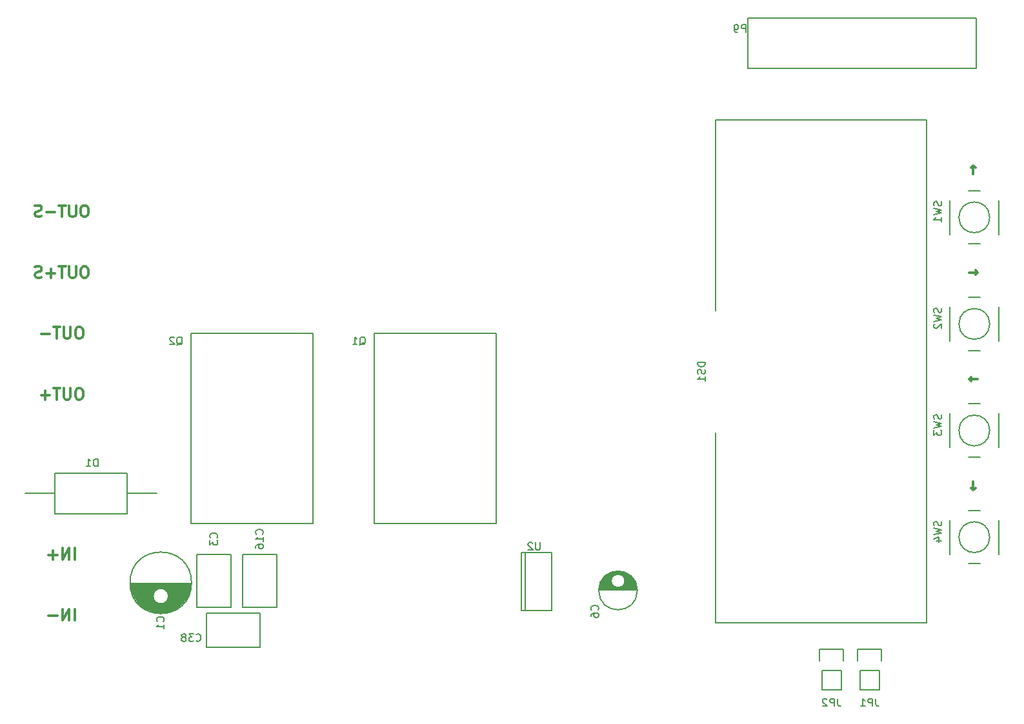
<source format=gbr>
G04 #@! TF.FileFunction,Legend,Bot*
%FSLAX46Y46*%
G04 Gerber Fmt 4.6, Leading zero omitted, Abs format (unit mm)*
G04 Created by KiCad (PCBNEW 4.0.2-stable) date 2016/10/31 21:02:32*
%MOMM*%
G01*
G04 APERTURE LIST*
%ADD10C,0.100000*%
%ADD11C,0.300000*%
%ADD12C,0.200000*%
%ADD13C,0.150000*%
G04 APERTURE END LIST*
D10*
D11*
X201607143Y-69071429D02*
X201607143Y-67928572D01*
X201892857Y-68214286D02*
X201607143Y-67928572D01*
X201321429Y-68214286D01*
X201607143Y-109428572D02*
X201607143Y-110571429D01*
X201892857Y-110285715D02*
X201607143Y-110571429D01*
X201321429Y-110285715D01*
X201035714Y-82000000D02*
X202178571Y-82000000D01*
X201892857Y-82285715D02*
X202178571Y-82000000D01*
X201892857Y-81714286D01*
X202178571Y-96000000D02*
X201035714Y-96000000D01*
X201321429Y-95714286D02*
X201035714Y-96000000D01*
X201321429Y-96285715D01*
X83714286Y-119678571D02*
X83714286Y-118178571D01*
X83000000Y-119678571D02*
X83000000Y-118178571D01*
X82142857Y-119678571D01*
X82142857Y-118178571D01*
X81428571Y-119107143D02*
X80285714Y-119107143D01*
X80857143Y-119678571D02*
X80857143Y-118535714D01*
X83714286Y-127678571D02*
X83714286Y-126178571D01*
X83000000Y-127678571D02*
X83000000Y-126178571D01*
X82142857Y-127678571D01*
X82142857Y-126178571D01*
X81428571Y-127107143D02*
X80285714Y-127107143D01*
X84428572Y-97178571D02*
X84142858Y-97178571D01*
X84000000Y-97250000D01*
X83857143Y-97392857D01*
X83785715Y-97678571D01*
X83785715Y-98178571D01*
X83857143Y-98464286D01*
X84000000Y-98607143D01*
X84142858Y-98678571D01*
X84428572Y-98678571D01*
X84571429Y-98607143D01*
X84714286Y-98464286D01*
X84785715Y-98178571D01*
X84785715Y-97678571D01*
X84714286Y-97392857D01*
X84571429Y-97250000D01*
X84428572Y-97178571D01*
X83142857Y-97178571D02*
X83142857Y-98392857D01*
X83071429Y-98535714D01*
X83000000Y-98607143D01*
X82857143Y-98678571D01*
X82571429Y-98678571D01*
X82428571Y-98607143D01*
X82357143Y-98535714D01*
X82285714Y-98392857D01*
X82285714Y-97178571D01*
X81785714Y-97178571D02*
X80928571Y-97178571D01*
X81357142Y-98678571D02*
X81357142Y-97178571D01*
X80428571Y-98107143D02*
X79285714Y-98107143D01*
X79857143Y-98678571D02*
X79857143Y-97535714D01*
X84428572Y-89178571D02*
X84142858Y-89178571D01*
X84000000Y-89250000D01*
X83857143Y-89392857D01*
X83785715Y-89678571D01*
X83785715Y-90178571D01*
X83857143Y-90464286D01*
X84000000Y-90607143D01*
X84142858Y-90678571D01*
X84428572Y-90678571D01*
X84571429Y-90607143D01*
X84714286Y-90464286D01*
X84785715Y-90178571D01*
X84785715Y-89678571D01*
X84714286Y-89392857D01*
X84571429Y-89250000D01*
X84428572Y-89178571D01*
X83142857Y-89178571D02*
X83142857Y-90392857D01*
X83071429Y-90535714D01*
X83000000Y-90607143D01*
X82857143Y-90678571D01*
X82571429Y-90678571D01*
X82428571Y-90607143D01*
X82357143Y-90535714D01*
X82285714Y-90392857D01*
X82285714Y-89178571D01*
X81785714Y-89178571D02*
X80928571Y-89178571D01*
X81357142Y-90678571D02*
X81357142Y-89178571D01*
X80428571Y-90107143D02*
X79285714Y-90107143D01*
X85142857Y-81178571D02*
X84857143Y-81178571D01*
X84714285Y-81250000D01*
X84571428Y-81392857D01*
X84500000Y-81678571D01*
X84500000Y-82178571D01*
X84571428Y-82464286D01*
X84714285Y-82607143D01*
X84857143Y-82678571D01*
X85142857Y-82678571D01*
X85285714Y-82607143D01*
X85428571Y-82464286D01*
X85500000Y-82178571D01*
X85500000Y-81678571D01*
X85428571Y-81392857D01*
X85285714Y-81250000D01*
X85142857Y-81178571D01*
X83857142Y-81178571D02*
X83857142Y-82392857D01*
X83785714Y-82535714D01*
X83714285Y-82607143D01*
X83571428Y-82678571D01*
X83285714Y-82678571D01*
X83142856Y-82607143D01*
X83071428Y-82535714D01*
X82999999Y-82392857D01*
X82999999Y-81178571D01*
X82499999Y-81178571D02*
X81642856Y-81178571D01*
X82071427Y-82678571D02*
X82071427Y-81178571D01*
X81142856Y-82107143D02*
X79999999Y-82107143D01*
X80571428Y-82678571D02*
X80571428Y-81535714D01*
X79357142Y-82607143D02*
X79142856Y-82678571D01*
X78785713Y-82678571D01*
X78642856Y-82607143D01*
X78571427Y-82535714D01*
X78499999Y-82392857D01*
X78499999Y-82250000D01*
X78571427Y-82107143D01*
X78642856Y-82035714D01*
X78785713Y-81964286D01*
X79071427Y-81892857D01*
X79214285Y-81821429D01*
X79285713Y-81750000D01*
X79357142Y-81607143D01*
X79357142Y-81464286D01*
X79285713Y-81321429D01*
X79214285Y-81250000D01*
X79071427Y-81178571D01*
X78714285Y-81178571D01*
X78499999Y-81250000D01*
X85142857Y-73178571D02*
X84857143Y-73178571D01*
X84714285Y-73250000D01*
X84571428Y-73392857D01*
X84500000Y-73678571D01*
X84500000Y-74178571D01*
X84571428Y-74464286D01*
X84714285Y-74607143D01*
X84857143Y-74678571D01*
X85142857Y-74678571D01*
X85285714Y-74607143D01*
X85428571Y-74464286D01*
X85500000Y-74178571D01*
X85500000Y-73678571D01*
X85428571Y-73392857D01*
X85285714Y-73250000D01*
X85142857Y-73178571D01*
X83857142Y-73178571D02*
X83857142Y-74392857D01*
X83785714Y-74535714D01*
X83714285Y-74607143D01*
X83571428Y-74678571D01*
X83285714Y-74678571D01*
X83142856Y-74607143D01*
X83071428Y-74535714D01*
X82999999Y-74392857D01*
X82999999Y-73178571D01*
X82499999Y-73178571D02*
X81642856Y-73178571D01*
X82071427Y-74678571D02*
X82071427Y-73178571D01*
X81142856Y-74107143D02*
X79999999Y-74107143D01*
X79357142Y-74607143D02*
X79142856Y-74678571D01*
X78785713Y-74678571D01*
X78642856Y-74607143D01*
X78571427Y-74535714D01*
X78499999Y-74392857D01*
X78499999Y-74250000D01*
X78571427Y-74107143D01*
X78642856Y-74035714D01*
X78785713Y-73964286D01*
X79071427Y-73892857D01*
X79214285Y-73821429D01*
X79285713Y-73750000D01*
X79357142Y-73607143D01*
X79357142Y-73464286D01*
X79285713Y-73321429D01*
X79214285Y-73250000D01*
X79071427Y-73178571D01*
X78714285Y-73178571D01*
X78499999Y-73250000D01*
D12*
X123000000Y-90000000D02*
X139000000Y-90000000D01*
X139000000Y-90000000D02*
X139000000Y-115000000D01*
X139000000Y-115000000D02*
X123000000Y-115000000D01*
X123000000Y-115000000D02*
X123000000Y-90000000D01*
X99000000Y-115000000D02*
X99000000Y-90000000D01*
X115000000Y-115000000D02*
X99000000Y-115000000D01*
X115000000Y-90000000D02*
X115000000Y-115000000D01*
X99000000Y-90000000D02*
X115000000Y-90000000D01*
D13*
X172014000Y-55175000D02*
X172014000Y-48571000D01*
X172014000Y-48571000D02*
X201986000Y-48571000D01*
X201986000Y-48571000D02*
X201986000Y-55175000D01*
X201986000Y-55175000D02*
X172014000Y-55175000D01*
X167800000Y-87000000D02*
X167800000Y-62000000D01*
X167800000Y-103000000D02*
X167800000Y-128000000D01*
X167800000Y-62000000D02*
X195500000Y-62000000D01*
X195500000Y-62000000D02*
X195500000Y-128000000D01*
X167800000Y-128000000D02*
X195500000Y-128000000D01*
X91001000Y-122825000D02*
X98999000Y-122825000D01*
X91006000Y-122965000D02*
X98994000Y-122965000D01*
X91016000Y-123105000D02*
X98984000Y-123105000D01*
X91031000Y-123245000D02*
X98969000Y-123245000D01*
X91051000Y-123385000D02*
X98949000Y-123385000D01*
X91076000Y-123525000D02*
X94778000Y-123525000D01*
X95222000Y-123525000D02*
X98924000Y-123525000D01*
X91106000Y-123665000D02*
X94450000Y-123665000D01*
X95550000Y-123665000D02*
X98894000Y-123665000D01*
X91142000Y-123805000D02*
X94281000Y-123805000D01*
X95719000Y-123805000D02*
X98858000Y-123805000D01*
X91183000Y-123945000D02*
X94168000Y-123945000D01*
X95832000Y-123945000D02*
X98817000Y-123945000D01*
X91229000Y-124085000D02*
X94090000Y-124085000D01*
X95910000Y-124085000D02*
X98771000Y-124085000D01*
X91282000Y-124225000D02*
X94039000Y-124225000D01*
X95961000Y-124225000D02*
X98718000Y-124225000D01*
X91341000Y-124365000D02*
X94009000Y-124365000D01*
X95991000Y-124365000D02*
X98659000Y-124365000D01*
X91406000Y-124505000D02*
X94000000Y-124505000D01*
X96000000Y-124505000D02*
X98594000Y-124505000D01*
X91477000Y-124645000D02*
X94011000Y-124645000D01*
X95989000Y-124645000D02*
X98523000Y-124645000D01*
X91556000Y-124785000D02*
X94041000Y-124785000D01*
X95959000Y-124785000D02*
X98444000Y-124785000D01*
X91643000Y-124925000D02*
X94095000Y-124925000D01*
X95905000Y-124925000D02*
X98357000Y-124925000D01*
X91738000Y-125065000D02*
X94175000Y-125065000D01*
X95825000Y-125065000D02*
X98262000Y-125065000D01*
X91842000Y-125205000D02*
X94291000Y-125205000D01*
X95709000Y-125205000D02*
X98158000Y-125205000D01*
X91956000Y-125345000D02*
X94465000Y-125345000D01*
X95535000Y-125345000D02*
X98044000Y-125345000D01*
X92081000Y-125485000D02*
X94827000Y-125485000D01*
X95173000Y-125485000D02*
X97919000Y-125485000D01*
X92219000Y-125625000D02*
X97781000Y-125625000D01*
X92371000Y-125765000D02*
X97629000Y-125765000D01*
X92541000Y-125905000D02*
X97459000Y-125905000D01*
X92732000Y-126045000D02*
X97268000Y-126045000D01*
X92950000Y-126185000D02*
X97050000Y-126185000D01*
X93206000Y-126325000D02*
X96794000Y-126325000D01*
X93517000Y-126465000D02*
X96483000Y-126465000D01*
X93933000Y-126605000D02*
X96067000Y-126605000D01*
X94800000Y-126745000D02*
X95200000Y-126745000D01*
X96000000Y-124500000D02*
G75*
G03X96000000Y-124500000I-1000000J0D01*
G01*
X99037500Y-122750000D02*
G75*
G03X99037500Y-122750000I-4037500J0D01*
G01*
X99750000Y-119000000D02*
X99750000Y-126000000D01*
X99750000Y-126000000D02*
X104250000Y-126000000D01*
X104250000Y-126000000D02*
X104250000Y-119000000D01*
X104250000Y-119000000D02*
X99750000Y-119000000D01*
X157499000Y-123675000D02*
X152501000Y-123675000D01*
X157491000Y-123535000D02*
X152509000Y-123535000D01*
X157475000Y-123395000D02*
X155095000Y-123395000D01*
X154905000Y-123395000D02*
X152525000Y-123395000D01*
X157451000Y-123255000D02*
X155490000Y-123255000D01*
X154510000Y-123255000D02*
X152549000Y-123255000D01*
X157418000Y-123115000D02*
X155657000Y-123115000D01*
X154343000Y-123115000D02*
X152582000Y-123115000D01*
X157377000Y-122975000D02*
X155764000Y-122975000D01*
X154236000Y-122975000D02*
X152623000Y-122975000D01*
X157327000Y-122835000D02*
X155835000Y-122835000D01*
X154165000Y-122835000D02*
X152673000Y-122835000D01*
X157266000Y-122695000D02*
X155879000Y-122695000D01*
X154121000Y-122695000D02*
X152734000Y-122695000D01*
X157196000Y-122555000D02*
X155898000Y-122555000D01*
X154102000Y-122555000D02*
X152804000Y-122555000D01*
X157114000Y-122415000D02*
X155896000Y-122415000D01*
X154104000Y-122415000D02*
X152886000Y-122415000D01*
X157019000Y-122275000D02*
X155871000Y-122275000D01*
X154129000Y-122275000D02*
X152981000Y-122275000D01*
X156908000Y-122135000D02*
X155823000Y-122135000D01*
X154177000Y-122135000D02*
X153092000Y-122135000D01*
X156780000Y-121995000D02*
X155745000Y-121995000D01*
X154255000Y-121995000D02*
X153220000Y-121995000D01*
X156631000Y-121855000D02*
X155628000Y-121855000D01*
X154372000Y-121855000D02*
X153369000Y-121855000D01*
X156452000Y-121715000D02*
X155440000Y-121715000D01*
X154560000Y-121715000D02*
X153548000Y-121715000D01*
X156233000Y-121575000D02*
X153767000Y-121575000D01*
X155944000Y-121435000D02*
X154056000Y-121435000D01*
X155472000Y-121295000D02*
X154528000Y-121295000D01*
X155900000Y-122500000D02*
G75*
G03X155900000Y-122500000I-900000J0D01*
G01*
X157537500Y-123750000D02*
G75*
G03X157537500Y-123750000I-2537500J0D01*
G01*
X105750000Y-119000000D02*
X105750000Y-126000000D01*
X105750000Y-126000000D02*
X110250000Y-126000000D01*
X110250000Y-126000000D02*
X110250000Y-119000000D01*
X110250000Y-119000000D02*
X105750000Y-119000000D01*
X108000000Y-126750000D02*
X101000000Y-126750000D01*
X101000000Y-126750000D02*
X101000000Y-131250000D01*
X101000000Y-131250000D02*
X108000000Y-131250000D01*
X108000000Y-131250000D02*
X108000000Y-126750000D01*
X90590000Y-108350000D02*
X90590000Y-113650000D01*
X90590000Y-113650000D02*
X81090000Y-113650000D01*
X81090000Y-113650000D02*
X81090000Y-108350000D01*
X90590000Y-108350000D02*
X81090000Y-108350000D01*
X94500000Y-111000000D02*
X90590000Y-111000000D01*
X81090000Y-111000000D02*
X77180000Y-111000000D01*
X186730000Y-134270000D02*
X186730000Y-136810000D01*
X186450000Y-131450000D02*
X186450000Y-133000000D01*
X186730000Y-134270000D02*
X189270000Y-134270000D01*
X189550000Y-133000000D02*
X189550000Y-131450000D01*
X189550000Y-131450000D02*
X186450000Y-131450000D01*
X189270000Y-134270000D02*
X189270000Y-136810000D01*
X189270000Y-136810000D02*
X186730000Y-136810000D01*
X181730000Y-134270000D02*
X181730000Y-136810000D01*
X181450000Y-131450000D02*
X181450000Y-133000000D01*
X181730000Y-134270000D02*
X184270000Y-134270000D01*
X184550000Y-133000000D02*
X184550000Y-131450000D01*
X184550000Y-131450000D02*
X181450000Y-131450000D01*
X184270000Y-134270000D02*
X184270000Y-136810000D01*
X184270000Y-136810000D02*
X181730000Y-136810000D01*
X203765564Y-74750000D02*
G75*
G03X203765564Y-74750000I-2015564J0D01*
G01*
X198500000Y-77000000D02*
X198500000Y-72500000D01*
X202500000Y-78250000D02*
X201000000Y-78250000D01*
X205000000Y-72500000D02*
X205000000Y-77000000D01*
X201000000Y-71250000D02*
X202500000Y-71250000D01*
X203765564Y-88750000D02*
G75*
G03X203765564Y-88750000I-2015564J0D01*
G01*
X198500000Y-91000000D02*
X198500000Y-86500000D01*
X202500000Y-92250000D02*
X201000000Y-92250000D01*
X205000000Y-86500000D02*
X205000000Y-91000000D01*
X201000000Y-85250000D02*
X202500000Y-85250000D01*
X203765564Y-102750000D02*
G75*
G03X203765564Y-102750000I-2015564J0D01*
G01*
X198500000Y-105000000D02*
X198500000Y-100500000D01*
X202500000Y-106250000D02*
X201000000Y-106250000D01*
X205000000Y-100500000D02*
X205000000Y-105000000D01*
X201000000Y-99250000D02*
X202500000Y-99250000D01*
X203765564Y-116750000D02*
G75*
G03X203765564Y-116750000I-2015564J0D01*
G01*
X198500000Y-119000000D02*
X198500000Y-114500000D01*
X202500000Y-120250000D02*
X201000000Y-120250000D01*
X205000000Y-114500000D02*
X205000000Y-119000000D01*
X201000000Y-113250000D02*
X202500000Y-113250000D01*
X146270000Y-118730000D02*
X142330000Y-118730000D01*
X146270000Y-126350000D02*
X142330000Y-126350000D01*
X146270000Y-118730000D02*
X146270000Y-126350000D01*
X142330000Y-118730000D02*
X142330000Y-126350000D01*
X142830000Y-118730000D02*
X142830000Y-126350000D01*
X171738095Y-50452381D02*
X171738095Y-49452381D01*
X171357142Y-49452381D01*
X171261904Y-49500000D01*
X171214285Y-49547619D01*
X171166666Y-49642857D01*
X171166666Y-49785714D01*
X171214285Y-49880952D01*
X171261904Y-49928571D01*
X171357142Y-49976190D01*
X171738095Y-49976190D01*
X170690476Y-50452381D02*
X170500000Y-50452381D01*
X170404761Y-50404762D01*
X170357142Y-50357143D01*
X170261904Y-50214286D01*
X170214285Y-50023810D01*
X170214285Y-49642857D01*
X170261904Y-49547619D01*
X170309523Y-49500000D01*
X170404761Y-49452381D01*
X170595238Y-49452381D01*
X170690476Y-49500000D01*
X170738095Y-49547619D01*
X170785714Y-49642857D01*
X170785714Y-49880952D01*
X170738095Y-49976190D01*
X170690476Y-50023810D01*
X170595238Y-50071429D01*
X170404761Y-50071429D01*
X170309523Y-50023810D01*
X170261904Y-49976190D01*
X170214285Y-49880952D01*
X166442381Y-93785714D02*
X165442381Y-93785714D01*
X165442381Y-94023809D01*
X165490000Y-94166667D01*
X165585238Y-94261905D01*
X165680476Y-94309524D01*
X165870952Y-94357143D01*
X166013810Y-94357143D01*
X166204286Y-94309524D01*
X166299524Y-94261905D01*
X166394762Y-94166667D01*
X166442381Y-94023809D01*
X166442381Y-93785714D01*
X166394762Y-94738095D02*
X166442381Y-94880952D01*
X166442381Y-95119048D01*
X166394762Y-95214286D01*
X166347143Y-95261905D01*
X166251905Y-95309524D01*
X166156667Y-95309524D01*
X166061429Y-95261905D01*
X166013810Y-95214286D01*
X165966190Y-95119048D01*
X165918571Y-94928571D01*
X165870952Y-94833333D01*
X165823333Y-94785714D01*
X165728095Y-94738095D01*
X165632857Y-94738095D01*
X165537619Y-94785714D01*
X165490000Y-94833333D01*
X165442381Y-94928571D01*
X165442381Y-95166667D01*
X165490000Y-95309524D01*
X166442381Y-96261905D02*
X166442381Y-95690476D01*
X166442381Y-95976190D02*
X165442381Y-95976190D01*
X165585238Y-95880952D01*
X165680476Y-95785714D01*
X165728095Y-95690476D01*
X97095238Y-91547619D02*
X97190476Y-91500000D01*
X97285714Y-91404762D01*
X97428571Y-91261905D01*
X97523810Y-91214286D01*
X97619048Y-91214286D01*
X97571429Y-91452381D02*
X97666667Y-91404762D01*
X97761905Y-91309524D01*
X97809524Y-91119048D01*
X97809524Y-90785714D01*
X97761905Y-90595238D01*
X97666667Y-90500000D01*
X97571429Y-90452381D01*
X97380952Y-90452381D01*
X97285714Y-90500000D01*
X97190476Y-90595238D01*
X97142857Y-90785714D01*
X97142857Y-91119048D01*
X97190476Y-91309524D01*
X97285714Y-91404762D01*
X97380952Y-91452381D01*
X97571429Y-91452381D01*
X96761905Y-90547619D02*
X96714286Y-90500000D01*
X96619048Y-90452381D01*
X96380952Y-90452381D01*
X96285714Y-90500000D01*
X96238095Y-90547619D01*
X96190476Y-90642857D01*
X96190476Y-90738095D01*
X96238095Y-90880952D01*
X96809524Y-91452381D01*
X96190476Y-91452381D01*
X95357143Y-127833334D02*
X95404762Y-127785715D01*
X95452381Y-127642858D01*
X95452381Y-127547620D01*
X95404762Y-127404762D01*
X95309524Y-127309524D01*
X95214286Y-127261905D01*
X95023810Y-127214286D01*
X94880952Y-127214286D01*
X94690476Y-127261905D01*
X94595238Y-127309524D01*
X94500000Y-127404762D01*
X94452381Y-127547620D01*
X94452381Y-127642858D01*
X94500000Y-127785715D01*
X94547619Y-127833334D01*
X95452381Y-128785715D02*
X95452381Y-128214286D01*
X95452381Y-128500000D02*
X94452381Y-128500000D01*
X94595238Y-128404762D01*
X94690476Y-128309524D01*
X94738095Y-128214286D01*
X102357143Y-116833334D02*
X102404762Y-116785715D01*
X102452381Y-116642858D01*
X102452381Y-116547620D01*
X102404762Y-116404762D01*
X102309524Y-116309524D01*
X102214286Y-116261905D01*
X102023810Y-116214286D01*
X101880952Y-116214286D01*
X101690476Y-116261905D01*
X101595238Y-116309524D01*
X101500000Y-116404762D01*
X101452381Y-116547620D01*
X101452381Y-116642858D01*
X101500000Y-116785715D01*
X101547619Y-116833334D01*
X101452381Y-117166667D02*
X101452381Y-117785715D01*
X101833333Y-117452381D01*
X101833333Y-117595239D01*
X101880952Y-117690477D01*
X101928571Y-117738096D01*
X102023810Y-117785715D01*
X102261905Y-117785715D01*
X102357143Y-117738096D01*
X102404762Y-117690477D01*
X102452381Y-117595239D01*
X102452381Y-117309524D01*
X102404762Y-117214286D01*
X102357143Y-117166667D01*
X152357143Y-126333334D02*
X152404762Y-126285715D01*
X152452381Y-126142858D01*
X152452381Y-126047620D01*
X152404762Y-125904762D01*
X152309524Y-125809524D01*
X152214286Y-125761905D01*
X152023810Y-125714286D01*
X151880952Y-125714286D01*
X151690476Y-125761905D01*
X151595238Y-125809524D01*
X151500000Y-125904762D01*
X151452381Y-126047620D01*
X151452381Y-126142858D01*
X151500000Y-126285715D01*
X151547619Y-126333334D01*
X151452381Y-127190477D02*
X151452381Y-127000000D01*
X151500000Y-126904762D01*
X151547619Y-126857143D01*
X151690476Y-126761905D01*
X151880952Y-126714286D01*
X152261905Y-126714286D01*
X152357143Y-126761905D01*
X152404762Y-126809524D01*
X152452381Y-126904762D01*
X152452381Y-127095239D01*
X152404762Y-127190477D01*
X152357143Y-127238096D01*
X152261905Y-127285715D01*
X152023810Y-127285715D01*
X151928571Y-127238096D01*
X151880952Y-127190477D01*
X151833333Y-127095239D01*
X151833333Y-126904762D01*
X151880952Y-126809524D01*
X151928571Y-126761905D01*
X152023810Y-126714286D01*
X108357143Y-116357143D02*
X108404762Y-116309524D01*
X108452381Y-116166667D01*
X108452381Y-116071429D01*
X108404762Y-115928571D01*
X108309524Y-115833333D01*
X108214286Y-115785714D01*
X108023810Y-115738095D01*
X107880952Y-115738095D01*
X107690476Y-115785714D01*
X107595238Y-115833333D01*
X107500000Y-115928571D01*
X107452381Y-116071429D01*
X107452381Y-116166667D01*
X107500000Y-116309524D01*
X107547619Y-116357143D01*
X108452381Y-117309524D02*
X108452381Y-116738095D01*
X108452381Y-117023809D02*
X107452381Y-117023809D01*
X107595238Y-116928571D01*
X107690476Y-116833333D01*
X107738095Y-116738095D01*
X107452381Y-118166667D02*
X107452381Y-117976190D01*
X107500000Y-117880952D01*
X107547619Y-117833333D01*
X107690476Y-117738095D01*
X107880952Y-117690476D01*
X108261905Y-117690476D01*
X108357143Y-117738095D01*
X108404762Y-117785714D01*
X108452381Y-117880952D01*
X108452381Y-118071429D01*
X108404762Y-118166667D01*
X108357143Y-118214286D01*
X108261905Y-118261905D01*
X108023810Y-118261905D01*
X107928571Y-118214286D01*
X107880952Y-118166667D01*
X107833333Y-118071429D01*
X107833333Y-117880952D01*
X107880952Y-117785714D01*
X107928571Y-117738095D01*
X108023810Y-117690476D01*
X99642857Y-130357143D02*
X99690476Y-130404762D01*
X99833333Y-130452381D01*
X99928571Y-130452381D01*
X100071429Y-130404762D01*
X100166667Y-130309524D01*
X100214286Y-130214286D01*
X100261905Y-130023810D01*
X100261905Y-129880952D01*
X100214286Y-129690476D01*
X100166667Y-129595238D01*
X100071429Y-129500000D01*
X99928571Y-129452381D01*
X99833333Y-129452381D01*
X99690476Y-129500000D01*
X99642857Y-129547619D01*
X99309524Y-129452381D02*
X98690476Y-129452381D01*
X99023810Y-129833333D01*
X98880952Y-129833333D01*
X98785714Y-129880952D01*
X98738095Y-129928571D01*
X98690476Y-130023810D01*
X98690476Y-130261905D01*
X98738095Y-130357143D01*
X98785714Y-130404762D01*
X98880952Y-130452381D01*
X99166667Y-130452381D01*
X99261905Y-130404762D01*
X99309524Y-130357143D01*
X98119048Y-129880952D02*
X98214286Y-129833333D01*
X98261905Y-129785714D01*
X98309524Y-129690476D01*
X98309524Y-129642857D01*
X98261905Y-129547619D01*
X98214286Y-129500000D01*
X98119048Y-129452381D01*
X97928571Y-129452381D01*
X97833333Y-129500000D01*
X97785714Y-129547619D01*
X97738095Y-129642857D01*
X97738095Y-129690476D01*
X97785714Y-129785714D01*
X97833333Y-129833333D01*
X97928571Y-129880952D01*
X98119048Y-129880952D01*
X98214286Y-129928571D01*
X98261905Y-129976190D01*
X98309524Y-130071429D01*
X98309524Y-130261905D01*
X98261905Y-130357143D01*
X98214286Y-130404762D01*
X98119048Y-130452381D01*
X97928571Y-130452381D01*
X97833333Y-130404762D01*
X97785714Y-130357143D01*
X97738095Y-130261905D01*
X97738095Y-130071429D01*
X97785714Y-129976190D01*
X97833333Y-129928571D01*
X97928571Y-129880952D01*
X86738095Y-107452381D02*
X86738095Y-106452381D01*
X86500000Y-106452381D01*
X86357142Y-106500000D01*
X86261904Y-106595238D01*
X86214285Y-106690476D01*
X86166666Y-106880952D01*
X86166666Y-107023810D01*
X86214285Y-107214286D01*
X86261904Y-107309524D01*
X86357142Y-107404762D01*
X86500000Y-107452381D01*
X86738095Y-107452381D01*
X85214285Y-107452381D02*
X85785714Y-107452381D01*
X85500000Y-107452381D02*
X85500000Y-106452381D01*
X85595238Y-106595238D01*
X85690476Y-106690476D01*
X85785714Y-106738095D01*
X188833333Y-137952381D02*
X188833333Y-138666667D01*
X188880953Y-138809524D01*
X188976191Y-138904762D01*
X189119048Y-138952381D01*
X189214286Y-138952381D01*
X188357143Y-138952381D02*
X188357143Y-137952381D01*
X187976190Y-137952381D01*
X187880952Y-138000000D01*
X187833333Y-138047619D01*
X187785714Y-138142857D01*
X187785714Y-138285714D01*
X187833333Y-138380952D01*
X187880952Y-138428571D01*
X187976190Y-138476190D01*
X188357143Y-138476190D01*
X186833333Y-138952381D02*
X187404762Y-138952381D01*
X187119048Y-138952381D02*
X187119048Y-137952381D01*
X187214286Y-138095238D01*
X187309524Y-138190476D01*
X187404762Y-138238095D01*
X183833333Y-137952381D02*
X183833333Y-138666667D01*
X183880953Y-138809524D01*
X183976191Y-138904762D01*
X184119048Y-138952381D01*
X184214286Y-138952381D01*
X183357143Y-138952381D02*
X183357143Y-137952381D01*
X182976190Y-137952381D01*
X182880952Y-138000000D01*
X182833333Y-138047619D01*
X182785714Y-138142857D01*
X182785714Y-138285714D01*
X182833333Y-138380952D01*
X182880952Y-138428571D01*
X182976190Y-138476190D01*
X183357143Y-138476190D01*
X182404762Y-138047619D02*
X182357143Y-138000000D01*
X182261905Y-137952381D01*
X182023809Y-137952381D01*
X181928571Y-138000000D01*
X181880952Y-138047619D01*
X181833333Y-138142857D01*
X181833333Y-138238095D01*
X181880952Y-138380952D01*
X182452381Y-138952381D01*
X181833333Y-138952381D01*
X121095238Y-91547619D02*
X121190476Y-91500000D01*
X121285714Y-91404762D01*
X121428571Y-91261905D01*
X121523810Y-91214286D01*
X121619048Y-91214286D01*
X121571429Y-91452381D02*
X121666667Y-91404762D01*
X121761905Y-91309524D01*
X121809524Y-91119048D01*
X121809524Y-90785714D01*
X121761905Y-90595238D01*
X121666667Y-90500000D01*
X121571429Y-90452381D01*
X121380952Y-90452381D01*
X121285714Y-90500000D01*
X121190476Y-90595238D01*
X121142857Y-90785714D01*
X121142857Y-91119048D01*
X121190476Y-91309524D01*
X121285714Y-91404762D01*
X121380952Y-91452381D01*
X121571429Y-91452381D01*
X120190476Y-91452381D02*
X120761905Y-91452381D01*
X120476191Y-91452381D02*
X120476191Y-90452381D01*
X120571429Y-90595238D01*
X120666667Y-90690476D01*
X120761905Y-90738095D01*
X197404762Y-72666667D02*
X197452381Y-72809524D01*
X197452381Y-73047620D01*
X197404762Y-73142858D01*
X197357143Y-73190477D01*
X197261905Y-73238096D01*
X197166667Y-73238096D01*
X197071429Y-73190477D01*
X197023810Y-73142858D01*
X196976190Y-73047620D01*
X196928571Y-72857143D01*
X196880952Y-72761905D01*
X196833333Y-72714286D01*
X196738095Y-72666667D01*
X196642857Y-72666667D01*
X196547619Y-72714286D01*
X196500000Y-72761905D01*
X196452381Y-72857143D01*
X196452381Y-73095239D01*
X196500000Y-73238096D01*
X196452381Y-73571429D02*
X197452381Y-73809524D01*
X196738095Y-74000001D01*
X197452381Y-74190477D01*
X196452381Y-74428572D01*
X197452381Y-75333334D02*
X197452381Y-74761905D01*
X197452381Y-75047619D02*
X196452381Y-75047619D01*
X196595238Y-74952381D01*
X196690476Y-74857143D01*
X196738095Y-74761905D01*
X197404762Y-86666667D02*
X197452381Y-86809524D01*
X197452381Y-87047620D01*
X197404762Y-87142858D01*
X197357143Y-87190477D01*
X197261905Y-87238096D01*
X197166667Y-87238096D01*
X197071429Y-87190477D01*
X197023810Y-87142858D01*
X196976190Y-87047620D01*
X196928571Y-86857143D01*
X196880952Y-86761905D01*
X196833333Y-86714286D01*
X196738095Y-86666667D01*
X196642857Y-86666667D01*
X196547619Y-86714286D01*
X196500000Y-86761905D01*
X196452381Y-86857143D01*
X196452381Y-87095239D01*
X196500000Y-87238096D01*
X196452381Y-87571429D02*
X197452381Y-87809524D01*
X196738095Y-88000001D01*
X197452381Y-88190477D01*
X196452381Y-88428572D01*
X196547619Y-88761905D02*
X196500000Y-88809524D01*
X196452381Y-88904762D01*
X196452381Y-89142858D01*
X196500000Y-89238096D01*
X196547619Y-89285715D01*
X196642857Y-89333334D01*
X196738095Y-89333334D01*
X196880952Y-89285715D01*
X197452381Y-88714286D01*
X197452381Y-89333334D01*
X197404762Y-100666667D02*
X197452381Y-100809524D01*
X197452381Y-101047620D01*
X197404762Y-101142858D01*
X197357143Y-101190477D01*
X197261905Y-101238096D01*
X197166667Y-101238096D01*
X197071429Y-101190477D01*
X197023810Y-101142858D01*
X196976190Y-101047620D01*
X196928571Y-100857143D01*
X196880952Y-100761905D01*
X196833333Y-100714286D01*
X196738095Y-100666667D01*
X196642857Y-100666667D01*
X196547619Y-100714286D01*
X196500000Y-100761905D01*
X196452381Y-100857143D01*
X196452381Y-101095239D01*
X196500000Y-101238096D01*
X196452381Y-101571429D02*
X197452381Y-101809524D01*
X196738095Y-102000001D01*
X197452381Y-102190477D01*
X196452381Y-102428572D01*
X196452381Y-102714286D02*
X196452381Y-103333334D01*
X196833333Y-103000000D01*
X196833333Y-103142858D01*
X196880952Y-103238096D01*
X196928571Y-103285715D01*
X197023810Y-103333334D01*
X197261905Y-103333334D01*
X197357143Y-103285715D01*
X197404762Y-103238096D01*
X197452381Y-103142858D01*
X197452381Y-102857143D01*
X197404762Y-102761905D01*
X197357143Y-102714286D01*
X197404762Y-114666667D02*
X197452381Y-114809524D01*
X197452381Y-115047620D01*
X197404762Y-115142858D01*
X197357143Y-115190477D01*
X197261905Y-115238096D01*
X197166667Y-115238096D01*
X197071429Y-115190477D01*
X197023810Y-115142858D01*
X196976190Y-115047620D01*
X196928571Y-114857143D01*
X196880952Y-114761905D01*
X196833333Y-114714286D01*
X196738095Y-114666667D01*
X196642857Y-114666667D01*
X196547619Y-114714286D01*
X196500000Y-114761905D01*
X196452381Y-114857143D01*
X196452381Y-115095239D01*
X196500000Y-115238096D01*
X196452381Y-115571429D02*
X197452381Y-115809524D01*
X196738095Y-116000001D01*
X197452381Y-116190477D01*
X196452381Y-116428572D01*
X196785714Y-117238096D02*
X197452381Y-117238096D01*
X196404762Y-117000000D02*
X197119048Y-116761905D01*
X197119048Y-117380953D01*
X144761905Y-117452381D02*
X144761905Y-118261905D01*
X144714286Y-118357143D01*
X144666667Y-118404762D01*
X144571429Y-118452381D01*
X144380952Y-118452381D01*
X144285714Y-118404762D01*
X144238095Y-118357143D01*
X144190476Y-118261905D01*
X144190476Y-117452381D01*
X143761905Y-117547619D02*
X143714286Y-117500000D01*
X143619048Y-117452381D01*
X143380952Y-117452381D01*
X143285714Y-117500000D01*
X143238095Y-117547619D01*
X143190476Y-117642857D01*
X143190476Y-117738095D01*
X143238095Y-117880952D01*
X143809524Y-118452381D01*
X143190476Y-118452381D01*
M02*

</source>
